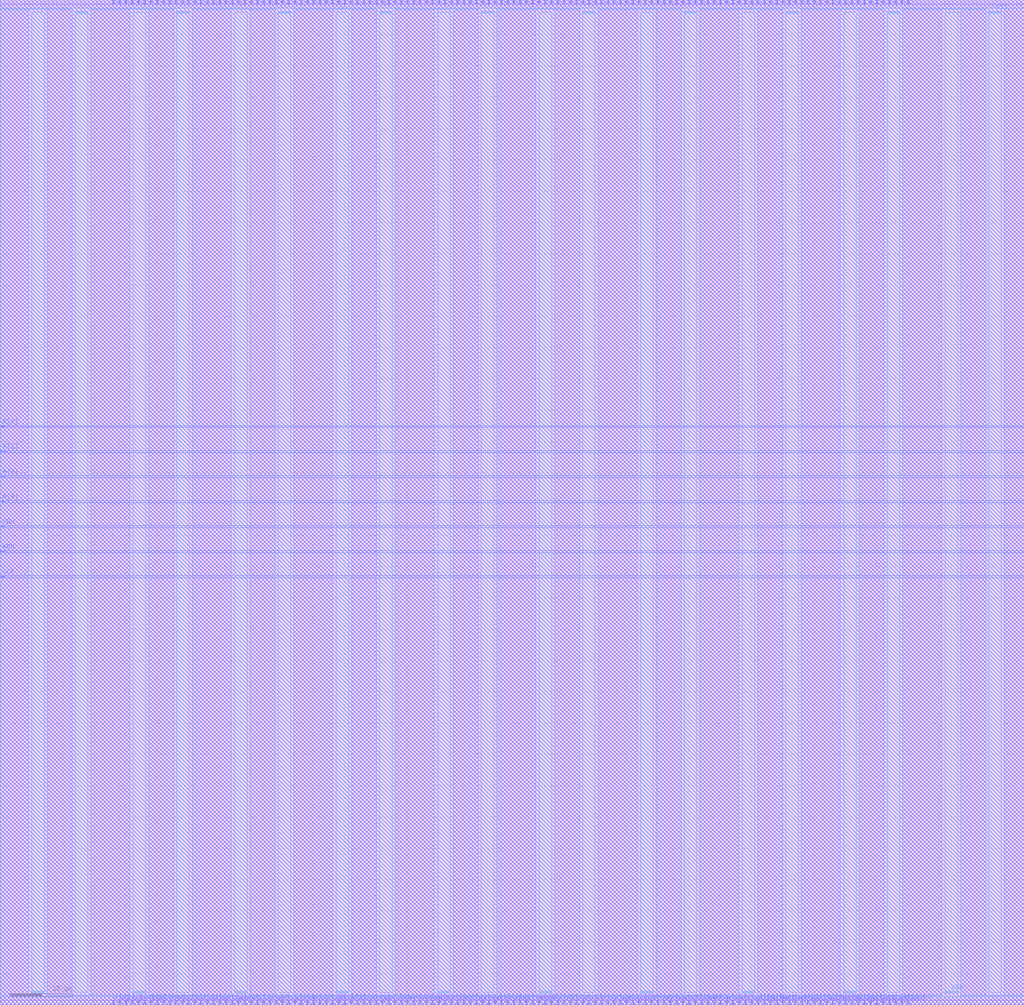
<source format=lef>
##
## LEF for PtnCells ;
## created by Innovus v15.23-s045_1 on Sun Mar  9 17:53:46 2025
##

VERSION 5.8 ;

BUSBITCHARS "[]" ;
DIVIDERCHAR "/" ;

MACRO sram_w8
  CLASS BLOCK ;
  SIZE 163.6000 BY 160.6000 ;
  FOREIGN sram_w8 0.0000 0.0000 ;
  ORIGIN 0 0 ;
  SYMMETRY X Y R90 ;
  PIN CLK
    DIRECTION INPUT ;
    USE SIGNAL ;
    PORT
      LAYER M3 ;
        RECT 0.0000 68.3500 0.6000 68.4500 ;
    END
  END CLK
  PIN D[127]
    DIRECTION INPUT ;
    USE SIGNAL ;
    PORT
      LAYER M2 ;
        RECT 145.0500 0.0000 145.1500 0.6000 ;
    END
  END D[127]
  PIN D[126]
    DIRECTION INPUT ;
    USE SIGNAL ;
    PORT
      LAYER M2 ;
        RECT 144.0500 0.0000 144.1500 0.6000 ;
    END
  END D[126]
  PIN D[125]
    DIRECTION INPUT ;
    USE SIGNAL ;
    PORT
      LAYER M2 ;
        RECT 143.0500 0.0000 143.1500 0.6000 ;
    END
  END D[125]
  PIN D[124]
    DIRECTION INPUT ;
    USE SIGNAL ;
    PORT
      LAYER M2 ;
        RECT 142.0500 0.0000 142.1500 0.6000 ;
    END
  END D[124]
  PIN D[123]
    DIRECTION INPUT ;
    USE SIGNAL ;
    PORT
      LAYER M2 ;
        RECT 141.0500 0.0000 141.1500 0.6000 ;
    END
  END D[123]
  PIN D[122]
    DIRECTION INPUT ;
    USE SIGNAL ;
    PORT
      LAYER M2 ;
        RECT 140.0500 0.0000 140.1500 0.6000 ;
    END
  END D[122]
  PIN D[121]
    DIRECTION INPUT ;
    USE SIGNAL ;
    PORT
      LAYER M2 ;
        RECT 139.0500 0.0000 139.1500 0.6000 ;
    END
  END D[121]
  PIN D[120]
    DIRECTION INPUT ;
    USE SIGNAL ;
    PORT
      LAYER M2 ;
        RECT 138.0500 0.0000 138.1500 0.6000 ;
    END
  END D[120]
  PIN D[119]
    DIRECTION INPUT ;
    USE SIGNAL ;
    PORT
      LAYER M2 ;
        RECT 137.0500 0.0000 137.1500 0.6000 ;
    END
  END D[119]
  PIN D[118]
    DIRECTION INPUT ;
    USE SIGNAL ;
    PORT
      LAYER M2 ;
        RECT 136.0500 0.0000 136.1500 0.6000 ;
    END
  END D[118]
  PIN D[117]
    DIRECTION INPUT ;
    USE SIGNAL ;
    PORT
      LAYER M2 ;
        RECT 135.0500 0.0000 135.1500 0.6000 ;
    END
  END D[117]
  PIN D[116]
    DIRECTION INPUT ;
    USE SIGNAL ;
    PORT
      LAYER M2 ;
        RECT 134.0500 0.0000 134.1500 0.6000 ;
    END
  END D[116]
  PIN D[115]
    DIRECTION INPUT ;
    USE SIGNAL ;
    PORT
      LAYER M2 ;
        RECT 133.0500 0.0000 133.1500 0.6000 ;
    END
  END D[115]
  PIN D[114]
    DIRECTION INPUT ;
    USE SIGNAL ;
    PORT
      LAYER M2 ;
        RECT 132.0500 0.0000 132.1500 0.6000 ;
    END
  END D[114]
  PIN D[113]
    DIRECTION INPUT ;
    USE SIGNAL ;
    PORT
      LAYER M2 ;
        RECT 131.0500 0.0000 131.1500 0.6000 ;
    END
  END D[113]
  PIN D[112]
    DIRECTION INPUT ;
    USE SIGNAL ;
    PORT
      LAYER M2 ;
        RECT 130.0500 0.0000 130.1500 0.6000 ;
    END
  END D[112]
  PIN D[111]
    DIRECTION INPUT ;
    USE SIGNAL ;
    PORT
      LAYER M2 ;
        RECT 129.0500 0.0000 129.1500 0.6000 ;
    END
  END D[111]
  PIN D[110]
    DIRECTION INPUT ;
    USE SIGNAL ;
    PORT
      LAYER M2 ;
        RECT 128.0500 0.0000 128.1500 0.6000 ;
    END
  END D[110]
  PIN D[109]
    DIRECTION INPUT ;
    USE SIGNAL ;
    PORT
      LAYER M2 ;
        RECT 127.0500 0.0000 127.1500 0.6000 ;
    END
  END D[109]
  PIN D[108]
    DIRECTION INPUT ;
    USE SIGNAL ;
    PORT
      LAYER M2 ;
        RECT 126.0500 0.0000 126.1500 0.6000 ;
    END
  END D[108]
  PIN D[107]
    DIRECTION INPUT ;
    USE SIGNAL ;
    PORT
      LAYER M2 ;
        RECT 125.0500 0.0000 125.1500 0.6000 ;
    END
  END D[107]
  PIN D[106]
    DIRECTION INPUT ;
    USE SIGNAL ;
    PORT
      LAYER M2 ;
        RECT 124.0500 0.0000 124.1500 0.6000 ;
    END
  END D[106]
  PIN D[105]
    DIRECTION INPUT ;
    USE SIGNAL ;
    PORT
      LAYER M2 ;
        RECT 123.0500 0.0000 123.1500 0.6000 ;
    END
  END D[105]
  PIN D[104]
    DIRECTION INPUT ;
    USE SIGNAL ;
    PORT
      LAYER M2 ;
        RECT 122.0500 0.0000 122.1500 0.6000 ;
    END
  END D[104]
  PIN D[103]
    DIRECTION INPUT ;
    USE SIGNAL ;
    PORT
      LAYER M2 ;
        RECT 121.0500 0.0000 121.1500 0.6000 ;
    END
  END D[103]
  PIN D[102]
    DIRECTION INPUT ;
    USE SIGNAL ;
    PORT
      LAYER M2 ;
        RECT 120.0500 0.0000 120.1500 0.6000 ;
    END
  END D[102]
  PIN D[101]
    DIRECTION INPUT ;
    USE SIGNAL ;
    PORT
      LAYER M2 ;
        RECT 119.0500 0.0000 119.1500 0.6000 ;
    END
  END D[101]
  PIN D[100]
    DIRECTION INPUT ;
    USE SIGNAL ;
    PORT
      LAYER M2 ;
        RECT 118.0500 0.0000 118.1500 0.6000 ;
    END
  END D[100]
  PIN D[99]
    DIRECTION INPUT ;
    USE SIGNAL ;
    PORT
      LAYER M2 ;
        RECT 117.0500 0.0000 117.1500 0.6000 ;
    END
  END D[99]
  PIN D[98]
    DIRECTION INPUT ;
    USE SIGNAL ;
    PORT
      LAYER M2 ;
        RECT 116.0500 0.0000 116.1500 0.6000 ;
    END
  END D[98]
  PIN D[97]
    DIRECTION INPUT ;
    USE SIGNAL ;
    PORT
      LAYER M2 ;
        RECT 115.0500 0.0000 115.1500 0.6000 ;
    END
  END D[97]
  PIN D[96]
    DIRECTION INPUT ;
    USE SIGNAL ;
    PORT
      LAYER M2 ;
        RECT 114.0500 0.0000 114.1500 0.6000 ;
    END
  END D[96]
  PIN D[95]
    DIRECTION INPUT ;
    USE SIGNAL ;
    PORT
      LAYER M2 ;
        RECT 113.0500 0.0000 113.1500 0.6000 ;
    END
  END D[95]
  PIN D[94]
    DIRECTION INPUT ;
    USE SIGNAL ;
    PORT
      LAYER M2 ;
        RECT 112.0500 0.0000 112.1500 0.6000 ;
    END
  END D[94]
  PIN D[93]
    DIRECTION INPUT ;
    USE SIGNAL ;
    PORT
      LAYER M2 ;
        RECT 111.0500 0.0000 111.1500 0.6000 ;
    END
  END D[93]
  PIN D[92]
    DIRECTION INPUT ;
    USE SIGNAL ;
    PORT
      LAYER M2 ;
        RECT 110.0500 0.0000 110.1500 0.6000 ;
    END
  END D[92]
  PIN D[91]
    DIRECTION INPUT ;
    USE SIGNAL ;
    PORT
      LAYER M2 ;
        RECT 109.0500 0.0000 109.1500 0.6000 ;
    END
  END D[91]
  PIN D[90]
    DIRECTION INPUT ;
    USE SIGNAL ;
    PORT
      LAYER M2 ;
        RECT 108.0500 0.0000 108.1500 0.6000 ;
    END
  END D[90]
  PIN D[89]
    DIRECTION INPUT ;
    USE SIGNAL ;
    PORT
      LAYER M2 ;
        RECT 107.0500 0.0000 107.1500 0.6000 ;
    END
  END D[89]
  PIN D[88]
    DIRECTION INPUT ;
    USE SIGNAL ;
    PORT
      LAYER M2 ;
        RECT 106.0500 0.0000 106.1500 0.6000 ;
    END
  END D[88]
  PIN D[87]
    DIRECTION INPUT ;
    USE SIGNAL ;
    PORT
      LAYER M2 ;
        RECT 105.0500 0.0000 105.1500 0.6000 ;
    END
  END D[87]
  PIN D[86]
    DIRECTION INPUT ;
    USE SIGNAL ;
    PORT
      LAYER M2 ;
        RECT 104.0500 0.0000 104.1500 0.6000 ;
    END
  END D[86]
  PIN D[85]
    DIRECTION INPUT ;
    USE SIGNAL ;
    PORT
      LAYER M2 ;
        RECT 103.0500 0.0000 103.1500 0.6000 ;
    END
  END D[85]
  PIN D[84]
    DIRECTION INPUT ;
    USE SIGNAL ;
    PORT
      LAYER M2 ;
        RECT 102.0500 0.0000 102.1500 0.6000 ;
    END
  END D[84]
  PIN D[83]
    DIRECTION INPUT ;
    USE SIGNAL ;
    PORT
      LAYER M2 ;
        RECT 101.0500 0.0000 101.1500 0.6000 ;
    END
  END D[83]
  PIN D[82]
    DIRECTION INPUT ;
    USE SIGNAL ;
    PORT
      LAYER M2 ;
        RECT 100.0500 0.0000 100.1500 0.6000 ;
    END
  END D[82]
  PIN D[81]
    DIRECTION INPUT ;
    USE SIGNAL ;
    PORT
      LAYER M2 ;
        RECT 99.0500 0.0000 99.1500 0.6000 ;
    END
  END D[81]
  PIN D[80]
    DIRECTION INPUT ;
    USE SIGNAL ;
    PORT
      LAYER M2 ;
        RECT 98.0500 0.0000 98.1500 0.6000 ;
    END
  END D[80]
  PIN D[79]
    DIRECTION INPUT ;
    USE SIGNAL ;
    PORT
      LAYER M2 ;
        RECT 97.0500 0.0000 97.1500 0.6000 ;
    END
  END D[79]
  PIN D[78]
    DIRECTION INPUT ;
    USE SIGNAL ;
    PORT
      LAYER M2 ;
        RECT 96.0500 0.0000 96.1500 0.6000 ;
    END
  END D[78]
  PIN D[77]
    DIRECTION INPUT ;
    USE SIGNAL ;
    PORT
      LAYER M2 ;
        RECT 95.0500 0.0000 95.1500 0.6000 ;
    END
  END D[77]
  PIN D[76]
    DIRECTION INPUT ;
    USE SIGNAL ;
    PORT
      LAYER M2 ;
        RECT 94.0500 0.0000 94.1500 0.6000 ;
    END
  END D[76]
  PIN D[75]
    DIRECTION INPUT ;
    USE SIGNAL ;
    PORT
      LAYER M2 ;
        RECT 93.0500 0.0000 93.1500 0.6000 ;
    END
  END D[75]
  PIN D[74]
    DIRECTION INPUT ;
    USE SIGNAL ;
    PORT
      LAYER M2 ;
        RECT 92.0500 0.0000 92.1500 0.6000 ;
    END
  END D[74]
  PIN D[73]
    DIRECTION INPUT ;
    USE SIGNAL ;
    PORT
      LAYER M2 ;
        RECT 91.0500 0.0000 91.1500 0.6000 ;
    END
  END D[73]
  PIN D[72]
    DIRECTION INPUT ;
    USE SIGNAL ;
    PORT
      LAYER M2 ;
        RECT 90.0500 0.0000 90.1500 0.6000 ;
    END
  END D[72]
  PIN D[71]
    DIRECTION INPUT ;
    USE SIGNAL ;
    PORT
      LAYER M2 ;
        RECT 89.0500 0.0000 89.1500 0.6000 ;
    END
  END D[71]
  PIN D[70]
    DIRECTION INPUT ;
    USE SIGNAL ;
    PORT
      LAYER M2 ;
        RECT 88.0500 0.0000 88.1500 0.6000 ;
    END
  END D[70]
  PIN D[69]
    DIRECTION INPUT ;
    USE SIGNAL ;
    PORT
      LAYER M2 ;
        RECT 87.0500 0.0000 87.1500 0.6000 ;
    END
  END D[69]
  PIN D[68]
    DIRECTION INPUT ;
    USE SIGNAL ;
    PORT
      LAYER M2 ;
        RECT 86.0500 0.0000 86.1500 0.6000 ;
    END
  END D[68]
  PIN D[67]
    DIRECTION INPUT ;
    USE SIGNAL ;
    PORT
      LAYER M2 ;
        RECT 85.0500 0.0000 85.1500 0.6000 ;
    END
  END D[67]
  PIN D[66]
    DIRECTION INPUT ;
    USE SIGNAL ;
    PORT
      LAYER M2 ;
        RECT 84.0500 0.0000 84.1500 0.6000 ;
    END
  END D[66]
  PIN D[65]
    DIRECTION INPUT ;
    USE SIGNAL ;
    PORT
      LAYER M2 ;
        RECT 83.0500 0.0000 83.1500 0.6000 ;
    END
  END D[65]
  PIN D[64]
    DIRECTION INPUT ;
    USE SIGNAL ;
    PORT
      LAYER M2 ;
        RECT 82.0500 0.0000 82.1500 0.6000 ;
    END
  END D[64]
  PIN D[63]
    DIRECTION INPUT ;
    USE SIGNAL ;
    PORT
      LAYER M2 ;
        RECT 81.0500 0.0000 81.1500 0.6000 ;
    END
  END D[63]
  PIN D[62]
    DIRECTION INPUT ;
    USE SIGNAL ;
    PORT
      LAYER M2 ;
        RECT 80.0500 0.0000 80.1500 0.6000 ;
    END
  END D[62]
  PIN D[61]
    DIRECTION INPUT ;
    USE SIGNAL ;
    PORT
      LAYER M2 ;
        RECT 79.0500 0.0000 79.1500 0.6000 ;
    END
  END D[61]
  PIN D[60]
    DIRECTION INPUT ;
    USE SIGNAL ;
    PORT
      LAYER M2 ;
        RECT 78.0500 0.0000 78.1500 0.6000 ;
    END
  END D[60]
  PIN D[59]
    DIRECTION INPUT ;
    USE SIGNAL ;
    PORT
      LAYER M2 ;
        RECT 77.0500 0.0000 77.1500 0.6000 ;
    END
  END D[59]
  PIN D[58]
    DIRECTION INPUT ;
    USE SIGNAL ;
    PORT
      LAYER M2 ;
        RECT 76.0500 0.0000 76.1500 0.6000 ;
    END
  END D[58]
  PIN D[57]
    DIRECTION INPUT ;
    USE SIGNAL ;
    PORT
      LAYER M2 ;
        RECT 75.0500 0.0000 75.1500 0.6000 ;
    END
  END D[57]
  PIN D[56]
    DIRECTION INPUT ;
    USE SIGNAL ;
    PORT
      LAYER M2 ;
        RECT 74.0500 0.0000 74.1500 0.6000 ;
    END
  END D[56]
  PIN D[55]
    DIRECTION INPUT ;
    USE SIGNAL ;
    PORT
      LAYER M2 ;
        RECT 73.0500 0.0000 73.1500 0.6000 ;
    END
  END D[55]
  PIN D[54]
    DIRECTION INPUT ;
    USE SIGNAL ;
    PORT
      LAYER M2 ;
        RECT 72.0500 0.0000 72.1500 0.6000 ;
    END
  END D[54]
  PIN D[53]
    DIRECTION INPUT ;
    USE SIGNAL ;
    PORT
      LAYER M2 ;
        RECT 71.0500 0.0000 71.1500 0.6000 ;
    END
  END D[53]
  PIN D[52]
    DIRECTION INPUT ;
    USE SIGNAL ;
    PORT
      LAYER M2 ;
        RECT 70.0500 0.0000 70.1500 0.6000 ;
    END
  END D[52]
  PIN D[51]
    DIRECTION INPUT ;
    USE SIGNAL ;
    PORT
      LAYER M2 ;
        RECT 69.0500 0.0000 69.1500 0.6000 ;
    END
  END D[51]
  PIN D[50]
    DIRECTION INPUT ;
    USE SIGNAL ;
    PORT
      LAYER M2 ;
        RECT 68.0500 0.0000 68.1500 0.6000 ;
    END
  END D[50]
  PIN D[49]
    DIRECTION INPUT ;
    USE SIGNAL ;
    PORT
      LAYER M2 ;
        RECT 67.0500 0.0000 67.1500 0.6000 ;
    END
  END D[49]
  PIN D[48]
    DIRECTION INPUT ;
    USE SIGNAL ;
    PORT
      LAYER M2 ;
        RECT 66.0500 0.0000 66.1500 0.6000 ;
    END
  END D[48]
  PIN D[47]
    DIRECTION INPUT ;
    USE SIGNAL ;
    PORT
      LAYER M2 ;
        RECT 65.0500 0.0000 65.1500 0.6000 ;
    END
  END D[47]
  PIN D[46]
    DIRECTION INPUT ;
    USE SIGNAL ;
    PORT
      LAYER M2 ;
        RECT 64.0500 0.0000 64.1500 0.6000 ;
    END
  END D[46]
  PIN D[45]
    DIRECTION INPUT ;
    USE SIGNAL ;
    PORT
      LAYER M2 ;
        RECT 63.0500 0.0000 63.1500 0.6000 ;
    END
  END D[45]
  PIN D[44]
    DIRECTION INPUT ;
    USE SIGNAL ;
    PORT
      LAYER M2 ;
        RECT 62.0500 0.0000 62.1500 0.6000 ;
    END
  END D[44]
  PIN D[43]
    DIRECTION INPUT ;
    USE SIGNAL ;
    PORT
      LAYER M2 ;
        RECT 61.0500 0.0000 61.1500 0.6000 ;
    END
  END D[43]
  PIN D[42]
    DIRECTION INPUT ;
    USE SIGNAL ;
    PORT
      LAYER M2 ;
        RECT 60.0500 0.0000 60.1500 0.6000 ;
    END
  END D[42]
  PIN D[41]
    DIRECTION INPUT ;
    USE SIGNAL ;
    PORT
      LAYER M2 ;
        RECT 59.0500 0.0000 59.1500 0.6000 ;
    END
  END D[41]
  PIN D[40]
    DIRECTION INPUT ;
    USE SIGNAL ;
    PORT
      LAYER M2 ;
        RECT 58.0500 0.0000 58.1500 0.6000 ;
    END
  END D[40]
  PIN D[39]
    DIRECTION INPUT ;
    USE SIGNAL ;
    PORT
      LAYER M2 ;
        RECT 57.0500 0.0000 57.1500 0.6000 ;
    END
  END D[39]
  PIN D[38]
    DIRECTION INPUT ;
    USE SIGNAL ;
    PORT
      LAYER M2 ;
        RECT 56.0500 0.0000 56.1500 0.6000 ;
    END
  END D[38]
  PIN D[37]
    DIRECTION INPUT ;
    USE SIGNAL ;
    PORT
      LAYER M2 ;
        RECT 55.0500 0.0000 55.1500 0.6000 ;
    END
  END D[37]
  PIN D[36]
    DIRECTION INPUT ;
    USE SIGNAL ;
    PORT
      LAYER M2 ;
        RECT 54.0500 0.0000 54.1500 0.6000 ;
    END
  END D[36]
  PIN D[35]
    DIRECTION INPUT ;
    USE SIGNAL ;
    PORT
      LAYER M2 ;
        RECT 53.0500 0.0000 53.1500 0.6000 ;
    END
  END D[35]
  PIN D[34]
    DIRECTION INPUT ;
    USE SIGNAL ;
    PORT
      LAYER M2 ;
        RECT 52.0500 0.0000 52.1500 0.6000 ;
    END
  END D[34]
  PIN D[33]
    DIRECTION INPUT ;
    USE SIGNAL ;
    PORT
      LAYER M2 ;
        RECT 51.0500 0.0000 51.1500 0.6000 ;
    END
  END D[33]
  PIN D[32]
    DIRECTION INPUT ;
    USE SIGNAL ;
    PORT
      LAYER M2 ;
        RECT 50.0500 0.0000 50.1500 0.6000 ;
    END
  END D[32]
  PIN D[31]
    DIRECTION INPUT ;
    USE SIGNAL ;
    PORT
      LAYER M2 ;
        RECT 49.0500 0.0000 49.1500 0.6000 ;
    END
  END D[31]
  PIN D[30]
    DIRECTION INPUT ;
    USE SIGNAL ;
    PORT
      LAYER M2 ;
        RECT 48.0500 0.0000 48.1500 0.6000 ;
    END
  END D[30]
  PIN D[29]
    DIRECTION INPUT ;
    USE SIGNAL ;
    PORT
      LAYER M2 ;
        RECT 47.0500 0.0000 47.1500 0.6000 ;
    END
  END D[29]
  PIN D[28]
    DIRECTION INPUT ;
    USE SIGNAL ;
    PORT
      LAYER M2 ;
        RECT 46.0500 0.0000 46.1500 0.6000 ;
    END
  END D[28]
  PIN D[27]
    DIRECTION INPUT ;
    USE SIGNAL ;
    PORT
      LAYER M2 ;
        RECT 45.0500 0.0000 45.1500 0.6000 ;
    END
  END D[27]
  PIN D[26]
    DIRECTION INPUT ;
    USE SIGNAL ;
    PORT
      LAYER M2 ;
        RECT 44.0500 0.0000 44.1500 0.6000 ;
    END
  END D[26]
  PIN D[25]
    DIRECTION INPUT ;
    USE SIGNAL ;
    PORT
      LAYER M2 ;
        RECT 43.0500 0.0000 43.1500 0.6000 ;
    END
  END D[25]
  PIN D[24]
    DIRECTION INPUT ;
    USE SIGNAL ;
    PORT
      LAYER M2 ;
        RECT 42.0500 0.0000 42.1500 0.6000 ;
    END
  END D[24]
  PIN D[23]
    DIRECTION INPUT ;
    USE SIGNAL ;
    PORT
      LAYER M2 ;
        RECT 41.0500 0.0000 41.1500 0.6000 ;
    END
  END D[23]
  PIN D[22]
    DIRECTION INPUT ;
    USE SIGNAL ;
    PORT
      LAYER M2 ;
        RECT 40.0500 0.0000 40.1500 0.6000 ;
    END
  END D[22]
  PIN D[21]
    DIRECTION INPUT ;
    USE SIGNAL ;
    PORT
      LAYER M2 ;
        RECT 39.0500 0.0000 39.1500 0.6000 ;
    END
  END D[21]
  PIN D[20]
    DIRECTION INPUT ;
    USE SIGNAL ;
    PORT
      LAYER M2 ;
        RECT 38.0500 0.0000 38.1500 0.6000 ;
    END
  END D[20]
  PIN D[19]
    DIRECTION INPUT ;
    USE SIGNAL ;
    PORT
      LAYER M2 ;
        RECT 37.0500 0.0000 37.1500 0.6000 ;
    END
  END D[19]
  PIN D[18]
    DIRECTION INPUT ;
    USE SIGNAL ;
    PORT
      LAYER M2 ;
        RECT 36.0500 0.0000 36.1500 0.6000 ;
    END
  END D[18]
  PIN D[17]
    DIRECTION INPUT ;
    USE SIGNAL ;
    PORT
      LAYER M2 ;
        RECT 35.0500 0.0000 35.1500 0.6000 ;
    END
  END D[17]
  PIN D[16]
    DIRECTION INPUT ;
    USE SIGNAL ;
    PORT
      LAYER M2 ;
        RECT 34.0500 0.0000 34.1500 0.6000 ;
    END
  END D[16]
  PIN D[15]
    DIRECTION INPUT ;
    USE SIGNAL ;
    PORT
      LAYER M2 ;
        RECT 33.0500 0.0000 33.1500 0.6000 ;
    END
  END D[15]
  PIN D[14]
    DIRECTION INPUT ;
    USE SIGNAL ;
    PORT
      LAYER M2 ;
        RECT 32.0500 0.0000 32.1500 0.6000 ;
    END
  END D[14]
  PIN D[13]
    DIRECTION INPUT ;
    USE SIGNAL ;
    PORT
      LAYER M2 ;
        RECT 31.0500 0.0000 31.1500 0.6000 ;
    END
  END D[13]
  PIN D[12]
    DIRECTION INPUT ;
    USE SIGNAL ;
    PORT
      LAYER M2 ;
        RECT 30.0500 0.0000 30.1500 0.6000 ;
    END
  END D[12]
  PIN D[11]
    DIRECTION INPUT ;
    USE SIGNAL ;
    PORT
      LAYER M2 ;
        RECT 29.0500 0.0000 29.1500 0.6000 ;
    END
  END D[11]
  PIN D[10]
    DIRECTION INPUT ;
    USE SIGNAL ;
    PORT
      LAYER M2 ;
        RECT 28.0500 0.0000 28.1500 0.6000 ;
    END
  END D[10]
  PIN D[9]
    DIRECTION INPUT ;
    USE SIGNAL ;
    PORT
      LAYER M2 ;
        RECT 27.0500 0.0000 27.1500 0.6000 ;
    END
  END D[9]
  PIN D[8]
    DIRECTION INPUT ;
    USE SIGNAL ;
    PORT
      LAYER M2 ;
        RECT 26.0500 0.0000 26.1500 0.6000 ;
    END
  END D[8]
  PIN D[7]
    DIRECTION INPUT ;
    USE SIGNAL ;
    PORT
      LAYER M2 ;
        RECT 25.0500 0.0000 25.1500 0.6000 ;
    END
  END D[7]
  PIN D[6]
    DIRECTION INPUT ;
    USE SIGNAL ;
    PORT
      LAYER M2 ;
        RECT 24.0500 0.0000 24.1500 0.6000 ;
    END
  END D[6]
  PIN D[5]
    DIRECTION INPUT ;
    USE SIGNAL ;
    PORT
      LAYER M2 ;
        RECT 23.0500 0.0000 23.1500 0.6000 ;
    END
  END D[5]
  PIN D[4]
    DIRECTION INPUT ;
    USE SIGNAL ;
    PORT
      LAYER M2 ;
        RECT 22.0500 0.0000 22.1500 0.6000 ;
    END
  END D[4]
  PIN D[3]
    DIRECTION INPUT ;
    USE SIGNAL ;
    PORT
      LAYER M2 ;
        RECT 21.0500 0.0000 21.1500 0.6000 ;
    END
  END D[3]
  PIN D[2]
    DIRECTION INPUT ;
    USE SIGNAL ;
    PORT
      LAYER M2 ;
        RECT 20.0500 0.0000 20.1500 0.6000 ;
    END
  END D[2]
  PIN D[1]
    DIRECTION INPUT ;
    USE SIGNAL ;
    PORT
      LAYER M2 ;
        RECT 19.0500 0.0000 19.1500 0.6000 ;
    END
  END D[1]
  PIN D[0]
    DIRECTION INPUT ;
    USE SIGNAL ;
    PORT
      LAYER M2 ;
        RECT 18.0500 0.0000 18.1500 0.6000 ;
    END
  END D[0]
  PIN Q[127]
    DIRECTION OUTPUT ;
    USE SIGNAL ;
    PORT
      LAYER M2 ;
        RECT 145.0500 160.0000 145.1500 160.6000 ;
    END
  END Q[127]
  PIN Q[126]
    DIRECTION OUTPUT ;
    USE SIGNAL ;
    PORT
      LAYER M2 ;
        RECT 144.0500 160.0000 144.1500 160.6000 ;
    END
  END Q[126]
  PIN Q[125]
    DIRECTION OUTPUT ;
    USE SIGNAL ;
    PORT
      LAYER M2 ;
        RECT 143.0500 160.0000 143.1500 160.6000 ;
    END
  END Q[125]
  PIN Q[124]
    DIRECTION OUTPUT ;
    USE SIGNAL ;
    PORT
      LAYER M2 ;
        RECT 142.0500 160.0000 142.1500 160.6000 ;
    END
  END Q[124]
  PIN Q[123]
    DIRECTION OUTPUT ;
    USE SIGNAL ;
    PORT
      LAYER M2 ;
        RECT 141.0500 160.0000 141.1500 160.6000 ;
    END
  END Q[123]
  PIN Q[122]
    DIRECTION OUTPUT ;
    USE SIGNAL ;
    PORT
      LAYER M2 ;
        RECT 140.0500 160.0000 140.1500 160.6000 ;
    END
  END Q[122]
  PIN Q[121]
    DIRECTION OUTPUT ;
    USE SIGNAL ;
    PORT
      LAYER M2 ;
        RECT 139.0500 160.0000 139.1500 160.6000 ;
    END
  END Q[121]
  PIN Q[120]
    DIRECTION OUTPUT ;
    USE SIGNAL ;
    PORT
      LAYER M2 ;
        RECT 138.0500 160.0000 138.1500 160.6000 ;
    END
  END Q[120]
  PIN Q[119]
    DIRECTION OUTPUT ;
    USE SIGNAL ;
    PORT
      LAYER M2 ;
        RECT 137.0500 160.0000 137.1500 160.6000 ;
    END
  END Q[119]
  PIN Q[118]
    DIRECTION OUTPUT ;
    USE SIGNAL ;
    PORT
      LAYER M2 ;
        RECT 136.0500 160.0000 136.1500 160.6000 ;
    END
  END Q[118]
  PIN Q[117]
    DIRECTION OUTPUT ;
    USE SIGNAL ;
    PORT
      LAYER M2 ;
        RECT 135.0500 160.0000 135.1500 160.6000 ;
    END
  END Q[117]
  PIN Q[116]
    DIRECTION OUTPUT ;
    USE SIGNAL ;
    PORT
      LAYER M2 ;
        RECT 134.0500 160.0000 134.1500 160.6000 ;
    END
  END Q[116]
  PIN Q[115]
    DIRECTION OUTPUT ;
    USE SIGNAL ;
    PORT
      LAYER M2 ;
        RECT 133.0500 160.0000 133.1500 160.6000 ;
    END
  END Q[115]
  PIN Q[114]
    DIRECTION OUTPUT ;
    USE SIGNAL ;
    PORT
      LAYER M2 ;
        RECT 132.0500 160.0000 132.1500 160.6000 ;
    END
  END Q[114]
  PIN Q[113]
    DIRECTION OUTPUT ;
    USE SIGNAL ;
    PORT
      LAYER M2 ;
        RECT 131.0500 160.0000 131.1500 160.6000 ;
    END
  END Q[113]
  PIN Q[112]
    DIRECTION OUTPUT ;
    USE SIGNAL ;
    PORT
      LAYER M2 ;
        RECT 130.0500 160.0000 130.1500 160.6000 ;
    END
  END Q[112]
  PIN Q[111]
    DIRECTION OUTPUT ;
    USE SIGNAL ;
    PORT
      LAYER M2 ;
        RECT 129.0500 160.0000 129.1500 160.6000 ;
    END
  END Q[111]
  PIN Q[110]
    DIRECTION OUTPUT ;
    USE SIGNAL ;
    PORT
      LAYER M2 ;
        RECT 128.0500 160.0000 128.1500 160.6000 ;
    END
  END Q[110]
  PIN Q[109]
    DIRECTION OUTPUT ;
    USE SIGNAL ;
    PORT
      LAYER M2 ;
        RECT 127.0500 160.0000 127.1500 160.6000 ;
    END
  END Q[109]
  PIN Q[108]
    DIRECTION OUTPUT ;
    USE SIGNAL ;
    PORT
      LAYER M2 ;
        RECT 126.0500 160.0000 126.1500 160.6000 ;
    END
  END Q[108]
  PIN Q[107]
    DIRECTION OUTPUT ;
    USE SIGNAL ;
    PORT
      LAYER M2 ;
        RECT 125.0500 160.0000 125.1500 160.6000 ;
    END
  END Q[107]
  PIN Q[106]
    DIRECTION OUTPUT ;
    USE SIGNAL ;
    PORT
      LAYER M2 ;
        RECT 124.0500 160.0000 124.1500 160.6000 ;
    END
  END Q[106]
  PIN Q[105]
    DIRECTION OUTPUT ;
    USE SIGNAL ;
    PORT
      LAYER M2 ;
        RECT 123.0500 160.0000 123.1500 160.6000 ;
    END
  END Q[105]
  PIN Q[104]
    DIRECTION OUTPUT ;
    USE SIGNAL ;
    PORT
      LAYER M2 ;
        RECT 122.0500 160.0000 122.1500 160.6000 ;
    END
  END Q[104]
  PIN Q[103]
    DIRECTION OUTPUT ;
    USE SIGNAL ;
    PORT
      LAYER M2 ;
        RECT 121.0500 160.0000 121.1500 160.6000 ;
    END
  END Q[103]
  PIN Q[102]
    DIRECTION OUTPUT ;
    USE SIGNAL ;
    PORT
      LAYER M2 ;
        RECT 120.0500 160.0000 120.1500 160.6000 ;
    END
  END Q[102]
  PIN Q[101]
    DIRECTION OUTPUT ;
    USE SIGNAL ;
    PORT
      LAYER M2 ;
        RECT 119.0500 160.0000 119.1500 160.6000 ;
    END
  END Q[101]
  PIN Q[100]
    DIRECTION OUTPUT ;
    USE SIGNAL ;
    PORT
      LAYER M2 ;
        RECT 118.0500 160.0000 118.1500 160.6000 ;
    END
  END Q[100]
  PIN Q[99]
    DIRECTION OUTPUT ;
    USE SIGNAL ;
    PORT
      LAYER M2 ;
        RECT 117.0500 160.0000 117.1500 160.6000 ;
    END
  END Q[99]
  PIN Q[98]
    DIRECTION OUTPUT ;
    USE SIGNAL ;
    PORT
      LAYER M2 ;
        RECT 116.0500 160.0000 116.1500 160.6000 ;
    END
  END Q[98]
  PIN Q[97]
    DIRECTION OUTPUT ;
    USE SIGNAL ;
    PORT
      LAYER M2 ;
        RECT 115.0500 160.0000 115.1500 160.6000 ;
    END
  END Q[97]
  PIN Q[96]
    DIRECTION OUTPUT ;
    USE SIGNAL ;
    PORT
      LAYER M2 ;
        RECT 114.0500 160.0000 114.1500 160.6000 ;
    END
  END Q[96]
  PIN Q[95]
    DIRECTION OUTPUT ;
    USE SIGNAL ;
    PORT
      LAYER M2 ;
        RECT 113.0500 160.0000 113.1500 160.6000 ;
    END
  END Q[95]
  PIN Q[94]
    DIRECTION OUTPUT ;
    USE SIGNAL ;
    PORT
      LAYER M2 ;
        RECT 112.0500 160.0000 112.1500 160.6000 ;
    END
  END Q[94]
  PIN Q[93]
    DIRECTION OUTPUT ;
    USE SIGNAL ;
    PORT
      LAYER M2 ;
        RECT 111.0500 160.0000 111.1500 160.6000 ;
    END
  END Q[93]
  PIN Q[92]
    DIRECTION OUTPUT ;
    USE SIGNAL ;
    PORT
      LAYER M2 ;
        RECT 110.0500 160.0000 110.1500 160.6000 ;
    END
  END Q[92]
  PIN Q[91]
    DIRECTION OUTPUT ;
    USE SIGNAL ;
    PORT
      LAYER M2 ;
        RECT 109.0500 160.0000 109.1500 160.6000 ;
    END
  END Q[91]
  PIN Q[90]
    DIRECTION OUTPUT ;
    USE SIGNAL ;
    PORT
      LAYER M2 ;
        RECT 108.0500 160.0000 108.1500 160.6000 ;
    END
  END Q[90]
  PIN Q[89]
    DIRECTION OUTPUT ;
    USE SIGNAL ;
    PORT
      LAYER M2 ;
        RECT 107.0500 160.0000 107.1500 160.6000 ;
    END
  END Q[89]
  PIN Q[88]
    DIRECTION OUTPUT ;
    USE SIGNAL ;
    PORT
      LAYER M2 ;
        RECT 106.0500 160.0000 106.1500 160.6000 ;
    END
  END Q[88]
  PIN Q[87]
    DIRECTION OUTPUT ;
    USE SIGNAL ;
    PORT
      LAYER M2 ;
        RECT 105.0500 160.0000 105.1500 160.6000 ;
    END
  END Q[87]
  PIN Q[86]
    DIRECTION OUTPUT ;
    USE SIGNAL ;
    PORT
      LAYER M2 ;
        RECT 104.0500 160.0000 104.1500 160.6000 ;
    END
  END Q[86]
  PIN Q[85]
    DIRECTION OUTPUT ;
    USE SIGNAL ;
    PORT
      LAYER M2 ;
        RECT 103.0500 160.0000 103.1500 160.6000 ;
    END
  END Q[85]
  PIN Q[84]
    DIRECTION OUTPUT ;
    USE SIGNAL ;
    PORT
      LAYER M2 ;
        RECT 102.0500 160.0000 102.1500 160.6000 ;
    END
  END Q[84]
  PIN Q[83]
    DIRECTION OUTPUT ;
    USE SIGNAL ;
    PORT
      LAYER M2 ;
        RECT 101.0500 160.0000 101.1500 160.6000 ;
    END
  END Q[83]
  PIN Q[82]
    DIRECTION OUTPUT ;
    USE SIGNAL ;
    PORT
      LAYER M2 ;
        RECT 100.0500 160.0000 100.1500 160.6000 ;
    END
  END Q[82]
  PIN Q[81]
    DIRECTION OUTPUT ;
    USE SIGNAL ;
    PORT
      LAYER M2 ;
        RECT 99.0500 160.0000 99.1500 160.6000 ;
    END
  END Q[81]
  PIN Q[80]
    DIRECTION OUTPUT ;
    USE SIGNAL ;
    PORT
      LAYER M2 ;
        RECT 98.0500 160.0000 98.1500 160.6000 ;
    END
  END Q[80]
  PIN Q[79]
    DIRECTION OUTPUT ;
    USE SIGNAL ;
    PORT
      LAYER M2 ;
        RECT 97.0500 160.0000 97.1500 160.6000 ;
    END
  END Q[79]
  PIN Q[78]
    DIRECTION OUTPUT ;
    USE SIGNAL ;
    PORT
      LAYER M2 ;
        RECT 96.0500 160.0000 96.1500 160.6000 ;
    END
  END Q[78]
  PIN Q[77]
    DIRECTION OUTPUT ;
    USE SIGNAL ;
    PORT
      LAYER M2 ;
        RECT 95.0500 160.0000 95.1500 160.6000 ;
    END
  END Q[77]
  PIN Q[76]
    DIRECTION OUTPUT ;
    USE SIGNAL ;
    PORT
      LAYER M2 ;
        RECT 94.0500 160.0000 94.1500 160.6000 ;
    END
  END Q[76]
  PIN Q[75]
    DIRECTION OUTPUT ;
    USE SIGNAL ;
    PORT
      LAYER M2 ;
        RECT 93.0500 160.0000 93.1500 160.6000 ;
    END
  END Q[75]
  PIN Q[74]
    DIRECTION OUTPUT ;
    USE SIGNAL ;
    PORT
      LAYER M2 ;
        RECT 92.0500 160.0000 92.1500 160.6000 ;
    END
  END Q[74]
  PIN Q[73]
    DIRECTION OUTPUT ;
    USE SIGNAL ;
    PORT
      LAYER M2 ;
        RECT 91.0500 160.0000 91.1500 160.6000 ;
    END
  END Q[73]
  PIN Q[72]
    DIRECTION OUTPUT ;
    USE SIGNAL ;
    PORT
      LAYER M2 ;
        RECT 90.0500 160.0000 90.1500 160.6000 ;
    END
  END Q[72]
  PIN Q[71]
    DIRECTION OUTPUT ;
    USE SIGNAL ;
    PORT
      LAYER M2 ;
        RECT 89.0500 160.0000 89.1500 160.6000 ;
    END
  END Q[71]
  PIN Q[70]
    DIRECTION OUTPUT ;
    USE SIGNAL ;
    PORT
      LAYER M2 ;
        RECT 88.0500 160.0000 88.1500 160.6000 ;
    END
  END Q[70]
  PIN Q[69]
    DIRECTION OUTPUT ;
    USE SIGNAL ;
    PORT
      LAYER M2 ;
        RECT 87.0500 160.0000 87.1500 160.6000 ;
    END
  END Q[69]
  PIN Q[68]
    DIRECTION OUTPUT ;
    USE SIGNAL ;
    PORT
      LAYER M2 ;
        RECT 86.0500 160.0000 86.1500 160.6000 ;
    END
  END Q[68]
  PIN Q[67]
    DIRECTION OUTPUT ;
    USE SIGNAL ;
    PORT
      LAYER M2 ;
        RECT 85.0500 160.0000 85.1500 160.6000 ;
    END
  END Q[67]
  PIN Q[66]
    DIRECTION OUTPUT ;
    USE SIGNAL ;
    PORT
      LAYER M2 ;
        RECT 84.0500 160.0000 84.1500 160.6000 ;
    END
  END Q[66]
  PIN Q[65]
    DIRECTION OUTPUT ;
    USE SIGNAL ;
    PORT
      LAYER M2 ;
        RECT 83.0500 160.0000 83.1500 160.6000 ;
    END
  END Q[65]
  PIN Q[64]
    DIRECTION OUTPUT ;
    USE SIGNAL ;
    PORT
      LAYER M2 ;
        RECT 82.0500 160.0000 82.1500 160.6000 ;
    END
  END Q[64]
  PIN Q[63]
    DIRECTION OUTPUT ;
    USE SIGNAL ;
    PORT
      LAYER M2 ;
        RECT 81.0500 160.0000 81.1500 160.6000 ;
    END
  END Q[63]
  PIN Q[62]
    DIRECTION OUTPUT ;
    USE SIGNAL ;
    PORT
      LAYER M2 ;
        RECT 80.0500 160.0000 80.1500 160.6000 ;
    END
  END Q[62]
  PIN Q[61]
    DIRECTION OUTPUT ;
    USE SIGNAL ;
    PORT
      LAYER M2 ;
        RECT 79.0500 160.0000 79.1500 160.6000 ;
    END
  END Q[61]
  PIN Q[60]
    DIRECTION OUTPUT ;
    USE SIGNAL ;
    PORT
      LAYER M2 ;
        RECT 78.0500 160.0000 78.1500 160.6000 ;
    END
  END Q[60]
  PIN Q[59]
    DIRECTION OUTPUT ;
    USE SIGNAL ;
    PORT
      LAYER M2 ;
        RECT 77.0500 160.0000 77.1500 160.6000 ;
    END
  END Q[59]
  PIN Q[58]
    DIRECTION OUTPUT ;
    USE SIGNAL ;
    PORT
      LAYER M2 ;
        RECT 76.0500 160.0000 76.1500 160.6000 ;
    END
  END Q[58]
  PIN Q[57]
    DIRECTION OUTPUT ;
    USE SIGNAL ;
    PORT
      LAYER M2 ;
        RECT 75.0500 160.0000 75.1500 160.6000 ;
    END
  END Q[57]
  PIN Q[56]
    DIRECTION OUTPUT ;
    USE SIGNAL ;
    PORT
      LAYER M2 ;
        RECT 74.0500 160.0000 74.1500 160.6000 ;
    END
  END Q[56]
  PIN Q[55]
    DIRECTION OUTPUT ;
    USE SIGNAL ;
    PORT
      LAYER M2 ;
        RECT 73.0500 160.0000 73.1500 160.6000 ;
    END
  END Q[55]
  PIN Q[54]
    DIRECTION OUTPUT ;
    USE SIGNAL ;
    PORT
      LAYER M2 ;
        RECT 72.0500 160.0000 72.1500 160.6000 ;
    END
  END Q[54]
  PIN Q[53]
    DIRECTION OUTPUT ;
    USE SIGNAL ;
    PORT
      LAYER M2 ;
        RECT 71.0500 160.0000 71.1500 160.6000 ;
    END
  END Q[53]
  PIN Q[52]
    DIRECTION OUTPUT ;
    USE SIGNAL ;
    PORT
      LAYER M2 ;
        RECT 70.0500 160.0000 70.1500 160.6000 ;
    END
  END Q[52]
  PIN Q[51]
    DIRECTION OUTPUT ;
    USE SIGNAL ;
    PORT
      LAYER M2 ;
        RECT 69.0500 160.0000 69.1500 160.6000 ;
    END
  END Q[51]
  PIN Q[50]
    DIRECTION OUTPUT ;
    USE SIGNAL ;
    PORT
      LAYER M2 ;
        RECT 68.0500 160.0000 68.1500 160.6000 ;
    END
  END Q[50]
  PIN Q[49]
    DIRECTION OUTPUT ;
    USE SIGNAL ;
    PORT
      LAYER M2 ;
        RECT 67.0500 160.0000 67.1500 160.6000 ;
    END
  END Q[49]
  PIN Q[48]
    DIRECTION OUTPUT ;
    USE SIGNAL ;
    PORT
      LAYER M2 ;
        RECT 66.0500 160.0000 66.1500 160.6000 ;
    END
  END Q[48]
  PIN Q[47]
    DIRECTION OUTPUT ;
    USE SIGNAL ;
    PORT
      LAYER M2 ;
        RECT 65.0500 160.0000 65.1500 160.6000 ;
    END
  END Q[47]
  PIN Q[46]
    DIRECTION OUTPUT ;
    USE SIGNAL ;
    PORT
      LAYER M2 ;
        RECT 64.0500 160.0000 64.1500 160.6000 ;
    END
  END Q[46]
  PIN Q[45]
    DIRECTION OUTPUT ;
    USE SIGNAL ;
    PORT
      LAYER M2 ;
        RECT 63.0500 160.0000 63.1500 160.6000 ;
    END
  END Q[45]
  PIN Q[44]
    DIRECTION OUTPUT ;
    USE SIGNAL ;
    PORT
      LAYER M2 ;
        RECT 62.0500 160.0000 62.1500 160.6000 ;
    END
  END Q[44]
  PIN Q[43]
    DIRECTION OUTPUT ;
    USE SIGNAL ;
    PORT
      LAYER M2 ;
        RECT 61.0500 160.0000 61.1500 160.6000 ;
    END
  END Q[43]
  PIN Q[42]
    DIRECTION OUTPUT ;
    USE SIGNAL ;
    PORT
      LAYER M2 ;
        RECT 60.0500 160.0000 60.1500 160.6000 ;
    END
  END Q[42]
  PIN Q[41]
    DIRECTION OUTPUT ;
    USE SIGNAL ;
    PORT
      LAYER M2 ;
        RECT 59.0500 160.0000 59.1500 160.6000 ;
    END
  END Q[41]
  PIN Q[40]
    DIRECTION OUTPUT ;
    USE SIGNAL ;
    PORT
      LAYER M2 ;
        RECT 58.0500 160.0000 58.1500 160.6000 ;
    END
  END Q[40]
  PIN Q[39]
    DIRECTION OUTPUT ;
    USE SIGNAL ;
    PORT
      LAYER M2 ;
        RECT 57.0500 160.0000 57.1500 160.6000 ;
    END
  END Q[39]
  PIN Q[38]
    DIRECTION OUTPUT ;
    USE SIGNAL ;
    PORT
      LAYER M2 ;
        RECT 56.0500 160.0000 56.1500 160.6000 ;
    END
  END Q[38]
  PIN Q[37]
    DIRECTION OUTPUT ;
    USE SIGNAL ;
    PORT
      LAYER M2 ;
        RECT 55.0500 160.0000 55.1500 160.6000 ;
    END
  END Q[37]
  PIN Q[36]
    DIRECTION OUTPUT ;
    USE SIGNAL ;
    PORT
      LAYER M2 ;
        RECT 54.0500 160.0000 54.1500 160.6000 ;
    END
  END Q[36]
  PIN Q[35]
    DIRECTION OUTPUT ;
    USE SIGNAL ;
    PORT
      LAYER M2 ;
        RECT 53.0500 160.0000 53.1500 160.6000 ;
    END
  END Q[35]
  PIN Q[34]
    DIRECTION OUTPUT ;
    USE SIGNAL ;
    PORT
      LAYER M2 ;
        RECT 52.0500 160.0000 52.1500 160.6000 ;
    END
  END Q[34]
  PIN Q[33]
    DIRECTION OUTPUT ;
    USE SIGNAL ;
    PORT
      LAYER M2 ;
        RECT 51.0500 160.0000 51.1500 160.6000 ;
    END
  END Q[33]
  PIN Q[32]
    DIRECTION OUTPUT ;
    USE SIGNAL ;
    PORT
      LAYER M2 ;
        RECT 50.0500 160.0000 50.1500 160.6000 ;
    END
  END Q[32]
  PIN Q[31]
    DIRECTION OUTPUT ;
    USE SIGNAL ;
    PORT
      LAYER M2 ;
        RECT 49.0500 160.0000 49.1500 160.6000 ;
    END
  END Q[31]
  PIN Q[30]
    DIRECTION OUTPUT ;
    USE SIGNAL ;
    PORT
      LAYER M2 ;
        RECT 48.0500 160.0000 48.1500 160.6000 ;
    END
  END Q[30]
  PIN Q[29]
    DIRECTION OUTPUT ;
    USE SIGNAL ;
    PORT
      LAYER M2 ;
        RECT 47.0500 160.0000 47.1500 160.6000 ;
    END
  END Q[29]
  PIN Q[28]
    DIRECTION OUTPUT ;
    USE SIGNAL ;
    PORT
      LAYER M2 ;
        RECT 46.0500 160.0000 46.1500 160.6000 ;
    END
  END Q[28]
  PIN Q[27]
    DIRECTION OUTPUT ;
    USE SIGNAL ;
    PORT
      LAYER M2 ;
        RECT 45.0500 160.0000 45.1500 160.6000 ;
    END
  END Q[27]
  PIN Q[26]
    DIRECTION OUTPUT ;
    USE SIGNAL ;
    PORT
      LAYER M2 ;
        RECT 44.0500 160.0000 44.1500 160.6000 ;
    END
  END Q[26]
  PIN Q[25]
    DIRECTION OUTPUT ;
    USE SIGNAL ;
    PORT
      LAYER M2 ;
        RECT 43.0500 160.0000 43.1500 160.6000 ;
    END
  END Q[25]
  PIN Q[24]
    DIRECTION OUTPUT ;
    USE SIGNAL ;
    PORT
      LAYER M2 ;
        RECT 42.0500 160.0000 42.1500 160.6000 ;
    END
  END Q[24]
  PIN Q[23]
    DIRECTION OUTPUT ;
    USE SIGNAL ;
    PORT
      LAYER M2 ;
        RECT 41.0500 160.0000 41.1500 160.6000 ;
    END
  END Q[23]
  PIN Q[22]
    DIRECTION OUTPUT ;
    USE SIGNAL ;
    PORT
      LAYER M2 ;
        RECT 40.0500 160.0000 40.1500 160.6000 ;
    END
  END Q[22]
  PIN Q[21]
    DIRECTION OUTPUT ;
    USE SIGNAL ;
    PORT
      LAYER M2 ;
        RECT 39.0500 160.0000 39.1500 160.6000 ;
    END
  END Q[21]
  PIN Q[20]
    DIRECTION OUTPUT ;
    USE SIGNAL ;
    PORT
      LAYER M2 ;
        RECT 38.0500 160.0000 38.1500 160.6000 ;
    END
  END Q[20]
  PIN Q[19]
    DIRECTION OUTPUT ;
    USE SIGNAL ;
    PORT
      LAYER M2 ;
        RECT 37.0500 160.0000 37.1500 160.6000 ;
    END
  END Q[19]
  PIN Q[18]
    DIRECTION OUTPUT ;
    USE SIGNAL ;
    PORT
      LAYER M2 ;
        RECT 36.0500 160.0000 36.1500 160.6000 ;
    END
  END Q[18]
  PIN Q[17]
    DIRECTION OUTPUT ;
    USE SIGNAL ;
    PORT
      LAYER M2 ;
        RECT 35.0500 160.0000 35.1500 160.6000 ;
    END
  END Q[17]
  PIN Q[16]
    DIRECTION OUTPUT ;
    USE SIGNAL ;
    PORT
      LAYER M2 ;
        RECT 34.0500 160.0000 34.1500 160.6000 ;
    END
  END Q[16]
  PIN Q[15]
    DIRECTION OUTPUT ;
    USE SIGNAL ;
    PORT
      LAYER M2 ;
        RECT 33.0500 160.0000 33.1500 160.6000 ;
    END
  END Q[15]
  PIN Q[14]
    DIRECTION OUTPUT ;
    USE SIGNAL ;
    PORT
      LAYER M2 ;
        RECT 32.0500 160.0000 32.1500 160.6000 ;
    END
  END Q[14]
  PIN Q[13]
    DIRECTION OUTPUT ;
    USE SIGNAL ;
    PORT
      LAYER M2 ;
        RECT 31.0500 160.0000 31.1500 160.6000 ;
    END
  END Q[13]
  PIN Q[12]
    DIRECTION OUTPUT ;
    USE SIGNAL ;
    PORT
      LAYER M2 ;
        RECT 30.0500 160.0000 30.1500 160.6000 ;
    END
  END Q[12]
  PIN Q[11]
    DIRECTION OUTPUT ;
    USE SIGNAL ;
    PORT
      LAYER M2 ;
        RECT 29.0500 160.0000 29.1500 160.6000 ;
    END
  END Q[11]
  PIN Q[10]
    DIRECTION OUTPUT ;
    USE SIGNAL ;
    PORT
      LAYER M2 ;
        RECT 28.0500 160.0000 28.1500 160.6000 ;
    END
  END Q[10]
  PIN Q[9]
    DIRECTION OUTPUT ;
    USE SIGNAL ;
    PORT
      LAYER M2 ;
        RECT 27.0500 160.0000 27.1500 160.6000 ;
    END
  END Q[9]
  PIN Q[8]
    DIRECTION OUTPUT ;
    USE SIGNAL ;
    PORT
      LAYER M2 ;
        RECT 26.0500 160.0000 26.1500 160.6000 ;
    END
  END Q[8]
  PIN Q[7]
    DIRECTION OUTPUT ;
    USE SIGNAL ;
    PORT
      LAYER M2 ;
        RECT 25.0500 160.0000 25.1500 160.6000 ;
    END
  END Q[7]
  PIN Q[6]
    DIRECTION OUTPUT ;
    USE SIGNAL ;
    PORT
      LAYER M2 ;
        RECT 24.0500 160.0000 24.1500 160.6000 ;
    END
  END Q[6]
  PIN Q[5]
    DIRECTION OUTPUT ;
    USE SIGNAL ;
    PORT
      LAYER M2 ;
        RECT 23.0500 160.0000 23.1500 160.6000 ;
    END
  END Q[5]
  PIN Q[4]
    DIRECTION OUTPUT ;
    USE SIGNAL ;
    PORT
      LAYER M2 ;
        RECT 22.0500 160.0000 22.1500 160.6000 ;
    END
  END Q[4]
  PIN Q[3]
    DIRECTION OUTPUT ;
    USE SIGNAL ;
    PORT
      LAYER M2 ;
        RECT 21.0500 160.0000 21.1500 160.6000 ;
    END
  END Q[3]
  PIN Q[2]
    DIRECTION OUTPUT ;
    USE SIGNAL ;
    PORT
      LAYER M2 ;
        RECT 20.0500 160.0000 20.1500 160.6000 ;
    END
  END Q[2]
  PIN Q[1]
    DIRECTION OUTPUT ;
    USE SIGNAL ;
    PORT
      LAYER M2 ;
        RECT 19.0500 160.0000 19.1500 160.6000 ;
    END
  END Q[1]
  PIN Q[0]
    DIRECTION OUTPUT ;
    USE SIGNAL ;
    PORT
      LAYER M2 ;
        RECT 18.0500 160.0000 18.1500 160.6000 ;
    END
  END Q[0]
  PIN CEN
    DIRECTION INPUT ;
    USE SIGNAL ;
    PORT
      LAYER M3 ;
        RECT 0.0000 76.3500 0.6000 76.4500 ;
    END
  END CEN
  PIN WEN
    DIRECTION INPUT ;
    USE SIGNAL ;
    PORT
      LAYER M3 ;
        RECT 0.0000 72.3500 0.6000 72.4500 ;
    END
  END WEN
  PIN A[3]
    DIRECTION INPUT ;
    USE SIGNAL ;
    PORT
      LAYER M3 ;
        RECT 0.0000 80.3500 0.6000 80.4500 ;
    END
  END A[3]
  PIN A[2]
    DIRECTION INPUT ;
    USE SIGNAL ;
    PORT
      LAYER M3 ;
        RECT 0.0000 84.3500 0.6000 84.4500 ;
    END
  END A[2]
  PIN A[1]
    DIRECTION INPUT ;
    USE SIGNAL ;
    PORT
      LAYER M3 ;
        RECT 0.0000 88.3500 0.6000 88.4500 ;
    END
  END A[1]
  PIN A[0]
    DIRECTION INPUT ;
    USE SIGNAL ;
    PORT
      LAYER M3 ;
        RECT 0.0000 92.3500 0.6000 92.4500 ;
    END
  END A[0]
  PIN VSS
    DIRECTION INOUT ;
    USE GROUND ;

# P/G power stripe data as pin
    PORT
      LAYER M4 ;
        RECT 12.0000 2.0000 14.0000 158.6000 ;
        RECT 28.2200 2.0000 30.2200 158.6000 ;
        RECT 44.4400 2.0000 46.4400 158.6000 ;
        RECT 60.6600 2.0000 62.6600 158.6000 ;
        RECT 76.8800 2.0000 78.8800 158.6000 ;
        RECT 93.1000 2.0000 95.1000 158.6000 ;
        RECT 109.3200 2.0000 111.3200 158.6000 ;
        RECT 125.5400 2.0000 127.5400 158.6000 ;
        RECT 141.7600 2.0000 143.7600 158.6000 ;
        RECT 157.9800 2.0000 159.9800 158.6000 ;
        RECT 12.0000 158.4350 14.0000 158.7650 ;
        RECT 28.2200 158.4350 30.2200 158.7650 ;
        RECT 60.6600 158.4350 62.6600 158.7650 ;
        RECT 44.4400 158.4350 46.4400 158.7650 ;
        RECT 76.8800 158.4350 78.8800 158.7650 ;
        RECT 93.1000 158.4350 95.1000 158.7650 ;
        RECT 109.3200 158.4350 111.3200 158.7650 ;
        RECT 141.7600 158.4350 143.7600 158.7650 ;
        RECT 125.5400 158.4350 127.5400 158.7650 ;
        RECT 157.9800 158.4350 159.9800 158.7650 ;
    END
# end of P/G power stripe data as pin

  END VSS
  PIN VDD
    DIRECTION INOUT ;
    USE POWER ;

# P/G power stripe data as pin
    PORT
      LAYER M4 ;
        RECT 5.0000 2.0000 7.0000 158.6000 ;
        RECT 21.2200 2.0000 23.2200 158.6000 ;
        RECT 37.4400 2.0000 39.4400 158.6000 ;
        RECT 53.6600 2.0000 55.6600 158.6000 ;
        RECT 69.8800 2.0000 71.8800 158.6000 ;
        RECT 86.1000 2.0000 88.1000 158.6000 ;
        RECT 102.3200 2.0000 104.3200 158.6000 ;
        RECT 118.5400 2.0000 120.5400 158.6000 ;
        RECT 134.7600 2.0000 136.7600 158.6000 ;
        RECT 150.9800 2.0000 152.9800 158.6000 ;
        RECT 5.0000 1.8350 7.0000 2.1650 ;
        RECT 21.2200 1.8350 23.2200 2.1650 ;
        RECT 37.4400 1.8350 39.4400 2.1650 ;
        RECT 53.6600 1.8350 55.6600 2.1650 ;
        RECT 69.8800 1.8350 71.8800 2.1650 ;
        RECT 86.1000 1.8350 88.1000 2.1650 ;
        RECT 102.3200 1.8350 104.3200 2.1650 ;
        RECT 118.5400 1.8350 120.5400 2.1650 ;
        RECT 134.7600 1.8350 136.7600 2.1650 ;
        RECT 150.9800 1.8350 152.9800 2.1650 ;
    END
# end of P/G power stripe data as pin

  END VDD
  OBS
    LAYER M1 ;
      RECT 0.0000 0.0000 163.6000 160.6000 ;
    LAYER M2 ;
      RECT 145.2500 159.9000 163.6000 160.6000 ;
      RECT 144.2500 159.9000 144.9500 160.6000 ;
      RECT 143.2500 159.9000 143.9500 160.6000 ;
      RECT 142.2500 159.9000 142.9500 160.6000 ;
      RECT 141.2500 159.9000 141.9500 160.6000 ;
      RECT 140.2500 159.9000 140.9500 160.6000 ;
      RECT 139.2500 159.9000 139.9500 160.6000 ;
      RECT 138.2500 159.9000 138.9500 160.6000 ;
      RECT 137.2500 159.9000 137.9500 160.6000 ;
      RECT 136.2500 159.9000 136.9500 160.6000 ;
      RECT 135.2500 159.9000 135.9500 160.6000 ;
      RECT 134.2500 159.9000 134.9500 160.6000 ;
      RECT 133.2500 159.9000 133.9500 160.6000 ;
      RECT 132.2500 159.9000 132.9500 160.6000 ;
      RECT 131.2500 159.9000 131.9500 160.6000 ;
      RECT 130.2500 159.9000 130.9500 160.6000 ;
      RECT 129.2500 159.9000 129.9500 160.6000 ;
      RECT 128.2500 159.9000 128.9500 160.6000 ;
      RECT 127.2500 159.9000 127.9500 160.6000 ;
      RECT 126.2500 159.9000 126.9500 160.6000 ;
      RECT 125.2500 159.9000 125.9500 160.6000 ;
      RECT 124.2500 159.9000 124.9500 160.6000 ;
      RECT 123.2500 159.9000 123.9500 160.6000 ;
      RECT 122.2500 159.9000 122.9500 160.6000 ;
      RECT 121.2500 159.9000 121.9500 160.6000 ;
      RECT 120.2500 159.9000 120.9500 160.6000 ;
      RECT 119.2500 159.9000 119.9500 160.6000 ;
      RECT 118.2500 159.9000 118.9500 160.6000 ;
      RECT 117.2500 159.9000 117.9500 160.6000 ;
      RECT 116.2500 159.9000 116.9500 160.6000 ;
      RECT 115.2500 159.9000 115.9500 160.6000 ;
      RECT 114.2500 159.9000 114.9500 160.6000 ;
      RECT 113.2500 159.9000 113.9500 160.6000 ;
      RECT 112.2500 159.9000 112.9500 160.6000 ;
      RECT 111.2500 159.9000 111.9500 160.6000 ;
      RECT 110.2500 159.9000 110.9500 160.6000 ;
      RECT 109.2500 159.9000 109.9500 160.6000 ;
      RECT 108.2500 159.9000 108.9500 160.6000 ;
      RECT 107.2500 159.9000 107.9500 160.6000 ;
      RECT 106.2500 159.9000 106.9500 160.6000 ;
      RECT 105.2500 159.9000 105.9500 160.6000 ;
      RECT 104.2500 159.9000 104.9500 160.6000 ;
      RECT 103.2500 159.9000 103.9500 160.6000 ;
      RECT 102.2500 159.9000 102.9500 160.6000 ;
      RECT 101.2500 159.9000 101.9500 160.6000 ;
      RECT 100.2500 159.9000 100.9500 160.6000 ;
      RECT 99.2500 159.9000 99.9500 160.6000 ;
      RECT 98.2500 159.9000 98.9500 160.6000 ;
      RECT 97.2500 159.9000 97.9500 160.6000 ;
      RECT 96.2500 159.9000 96.9500 160.6000 ;
      RECT 95.2500 159.9000 95.9500 160.6000 ;
      RECT 94.2500 159.9000 94.9500 160.6000 ;
      RECT 93.2500 159.9000 93.9500 160.6000 ;
      RECT 92.2500 159.9000 92.9500 160.6000 ;
      RECT 91.2500 159.9000 91.9500 160.6000 ;
      RECT 90.2500 159.9000 90.9500 160.6000 ;
      RECT 89.2500 159.9000 89.9500 160.6000 ;
      RECT 88.2500 159.9000 88.9500 160.6000 ;
      RECT 87.2500 159.9000 87.9500 160.6000 ;
      RECT 86.2500 159.9000 86.9500 160.6000 ;
      RECT 85.2500 159.9000 85.9500 160.6000 ;
      RECT 84.2500 159.9000 84.9500 160.6000 ;
      RECT 83.2500 159.9000 83.9500 160.6000 ;
      RECT 82.2500 159.9000 82.9500 160.6000 ;
      RECT 81.2500 159.9000 81.9500 160.6000 ;
      RECT 80.2500 159.9000 80.9500 160.6000 ;
      RECT 79.2500 159.9000 79.9500 160.6000 ;
      RECT 78.2500 159.9000 78.9500 160.6000 ;
      RECT 77.2500 159.9000 77.9500 160.6000 ;
      RECT 76.2500 159.9000 76.9500 160.6000 ;
      RECT 75.2500 159.9000 75.9500 160.6000 ;
      RECT 74.2500 159.9000 74.9500 160.6000 ;
      RECT 73.2500 159.9000 73.9500 160.6000 ;
      RECT 72.2500 159.9000 72.9500 160.6000 ;
      RECT 71.2500 159.9000 71.9500 160.6000 ;
      RECT 70.2500 159.9000 70.9500 160.6000 ;
      RECT 69.2500 159.9000 69.9500 160.6000 ;
      RECT 68.2500 159.9000 68.9500 160.6000 ;
      RECT 67.2500 159.9000 67.9500 160.6000 ;
      RECT 66.2500 159.9000 66.9500 160.6000 ;
      RECT 65.2500 159.9000 65.9500 160.6000 ;
      RECT 64.2500 159.9000 64.9500 160.6000 ;
      RECT 63.2500 159.9000 63.9500 160.6000 ;
      RECT 62.2500 159.9000 62.9500 160.6000 ;
      RECT 61.2500 159.9000 61.9500 160.6000 ;
      RECT 60.2500 159.9000 60.9500 160.6000 ;
      RECT 59.2500 159.9000 59.9500 160.6000 ;
      RECT 58.2500 159.9000 58.9500 160.6000 ;
      RECT 57.2500 159.9000 57.9500 160.6000 ;
      RECT 56.2500 159.9000 56.9500 160.6000 ;
      RECT 55.2500 159.9000 55.9500 160.6000 ;
      RECT 54.2500 159.9000 54.9500 160.6000 ;
      RECT 53.2500 159.9000 53.9500 160.6000 ;
      RECT 52.2500 159.9000 52.9500 160.6000 ;
      RECT 51.2500 159.9000 51.9500 160.6000 ;
      RECT 50.2500 159.9000 50.9500 160.6000 ;
      RECT 49.2500 159.9000 49.9500 160.6000 ;
      RECT 48.2500 159.9000 48.9500 160.6000 ;
      RECT 47.2500 159.9000 47.9500 160.6000 ;
      RECT 46.2500 159.9000 46.9500 160.6000 ;
      RECT 45.2500 159.9000 45.9500 160.6000 ;
      RECT 44.2500 159.9000 44.9500 160.6000 ;
      RECT 43.2500 159.9000 43.9500 160.6000 ;
      RECT 42.2500 159.9000 42.9500 160.6000 ;
      RECT 41.2500 159.9000 41.9500 160.6000 ;
      RECT 40.2500 159.9000 40.9500 160.6000 ;
      RECT 39.2500 159.9000 39.9500 160.6000 ;
      RECT 38.2500 159.9000 38.9500 160.6000 ;
      RECT 37.2500 159.9000 37.9500 160.6000 ;
      RECT 36.2500 159.9000 36.9500 160.6000 ;
      RECT 35.2500 159.9000 35.9500 160.6000 ;
      RECT 34.2500 159.9000 34.9500 160.6000 ;
      RECT 33.2500 159.9000 33.9500 160.6000 ;
      RECT 32.2500 159.9000 32.9500 160.6000 ;
      RECT 31.2500 159.9000 31.9500 160.6000 ;
      RECT 30.2500 159.9000 30.9500 160.6000 ;
      RECT 29.2500 159.9000 29.9500 160.6000 ;
      RECT 28.2500 159.9000 28.9500 160.6000 ;
      RECT 27.2500 159.9000 27.9500 160.6000 ;
      RECT 26.2500 159.9000 26.9500 160.6000 ;
      RECT 25.2500 159.9000 25.9500 160.6000 ;
      RECT 24.2500 159.9000 24.9500 160.6000 ;
      RECT 23.2500 159.9000 23.9500 160.6000 ;
      RECT 22.2500 159.9000 22.9500 160.6000 ;
      RECT 21.2500 159.9000 21.9500 160.6000 ;
      RECT 20.2500 159.9000 20.9500 160.6000 ;
      RECT 19.2500 159.9000 19.9500 160.6000 ;
      RECT 18.2500 159.9000 18.9500 160.6000 ;
      RECT 0.0000 159.9000 17.9500 160.6000 ;
      RECT 0.0000 0.7000 163.6000 159.9000 ;
      RECT 145.2500 0.0000 163.6000 0.7000 ;
      RECT 144.2500 0.0000 144.9500 0.7000 ;
      RECT 143.2500 0.0000 143.9500 0.7000 ;
      RECT 142.2500 0.0000 142.9500 0.7000 ;
      RECT 141.2500 0.0000 141.9500 0.7000 ;
      RECT 140.2500 0.0000 140.9500 0.7000 ;
      RECT 139.2500 0.0000 139.9500 0.7000 ;
      RECT 138.2500 0.0000 138.9500 0.7000 ;
      RECT 137.2500 0.0000 137.9500 0.7000 ;
      RECT 136.2500 0.0000 136.9500 0.7000 ;
      RECT 135.2500 0.0000 135.9500 0.7000 ;
      RECT 134.2500 0.0000 134.9500 0.7000 ;
      RECT 133.2500 0.0000 133.9500 0.7000 ;
      RECT 132.2500 0.0000 132.9500 0.7000 ;
      RECT 131.2500 0.0000 131.9500 0.7000 ;
      RECT 130.2500 0.0000 130.9500 0.7000 ;
      RECT 129.2500 0.0000 129.9500 0.7000 ;
      RECT 128.2500 0.0000 128.9500 0.7000 ;
      RECT 127.2500 0.0000 127.9500 0.7000 ;
      RECT 126.2500 0.0000 126.9500 0.7000 ;
      RECT 125.2500 0.0000 125.9500 0.7000 ;
      RECT 124.2500 0.0000 124.9500 0.7000 ;
      RECT 123.2500 0.0000 123.9500 0.7000 ;
      RECT 122.2500 0.0000 122.9500 0.7000 ;
      RECT 121.2500 0.0000 121.9500 0.7000 ;
      RECT 120.2500 0.0000 120.9500 0.7000 ;
      RECT 119.2500 0.0000 119.9500 0.7000 ;
      RECT 118.2500 0.0000 118.9500 0.7000 ;
      RECT 117.2500 0.0000 117.9500 0.7000 ;
      RECT 116.2500 0.0000 116.9500 0.7000 ;
      RECT 115.2500 0.0000 115.9500 0.7000 ;
      RECT 114.2500 0.0000 114.9500 0.7000 ;
      RECT 113.2500 0.0000 113.9500 0.7000 ;
      RECT 112.2500 0.0000 112.9500 0.7000 ;
      RECT 111.2500 0.0000 111.9500 0.7000 ;
      RECT 110.2500 0.0000 110.9500 0.7000 ;
      RECT 109.2500 0.0000 109.9500 0.7000 ;
      RECT 108.2500 0.0000 108.9500 0.7000 ;
      RECT 107.2500 0.0000 107.9500 0.7000 ;
      RECT 106.2500 0.0000 106.9500 0.7000 ;
      RECT 105.2500 0.0000 105.9500 0.7000 ;
      RECT 104.2500 0.0000 104.9500 0.7000 ;
      RECT 103.2500 0.0000 103.9500 0.7000 ;
      RECT 102.2500 0.0000 102.9500 0.7000 ;
      RECT 101.2500 0.0000 101.9500 0.7000 ;
      RECT 100.2500 0.0000 100.9500 0.7000 ;
      RECT 99.2500 0.0000 99.9500 0.7000 ;
      RECT 98.2500 0.0000 98.9500 0.7000 ;
      RECT 97.2500 0.0000 97.9500 0.7000 ;
      RECT 96.2500 0.0000 96.9500 0.7000 ;
      RECT 95.2500 0.0000 95.9500 0.7000 ;
      RECT 94.2500 0.0000 94.9500 0.7000 ;
      RECT 93.2500 0.0000 93.9500 0.7000 ;
      RECT 92.2500 0.0000 92.9500 0.7000 ;
      RECT 91.2500 0.0000 91.9500 0.7000 ;
      RECT 90.2500 0.0000 90.9500 0.7000 ;
      RECT 89.2500 0.0000 89.9500 0.7000 ;
      RECT 88.2500 0.0000 88.9500 0.7000 ;
      RECT 87.2500 0.0000 87.9500 0.7000 ;
      RECT 86.2500 0.0000 86.9500 0.7000 ;
      RECT 85.2500 0.0000 85.9500 0.7000 ;
      RECT 84.2500 0.0000 84.9500 0.7000 ;
      RECT 83.2500 0.0000 83.9500 0.7000 ;
      RECT 82.2500 0.0000 82.9500 0.7000 ;
      RECT 81.2500 0.0000 81.9500 0.7000 ;
      RECT 80.2500 0.0000 80.9500 0.7000 ;
      RECT 79.2500 0.0000 79.9500 0.7000 ;
      RECT 78.2500 0.0000 78.9500 0.7000 ;
      RECT 77.2500 0.0000 77.9500 0.7000 ;
      RECT 76.2500 0.0000 76.9500 0.7000 ;
      RECT 75.2500 0.0000 75.9500 0.7000 ;
      RECT 74.2500 0.0000 74.9500 0.7000 ;
      RECT 73.2500 0.0000 73.9500 0.7000 ;
      RECT 72.2500 0.0000 72.9500 0.7000 ;
      RECT 71.2500 0.0000 71.9500 0.7000 ;
      RECT 70.2500 0.0000 70.9500 0.7000 ;
      RECT 69.2500 0.0000 69.9500 0.7000 ;
      RECT 68.2500 0.0000 68.9500 0.7000 ;
      RECT 67.2500 0.0000 67.9500 0.7000 ;
      RECT 66.2500 0.0000 66.9500 0.7000 ;
      RECT 65.2500 0.0000 65.9500 0.7000 ;
      RECT 64.2500 0.0000 64.9500 0.7000 ;
      RECT 63.2500 0.0000 63.9500 0.7000 ;
      RECT 62.2500 0.0000 62.9500 0.7000 ;
      RECT 61.2500 0.0000 61.9500 0.7000 ;
      RECT 60.2500 0.0000 60.9500 0.7000 ;
      RECT 59.2500 0.0000 59.9500 0.7000 ;
      RECT 58.2500 0.0000 58.9500 0.7000 ;
      RECT 57.2500 0.0000 57.9500 0.7000 ;
      RECT 56.2500 0.0000 56.9500 0.7000 ;
      RECT 55.2500 0.0000 55.9500 0.7000 ;
      RECT 54.2500 0.0000 54.9500 0.7000 ;
      RECT 53.2500 0.0000 53.9500 0.7000 ;
      RECT 52.2500 0.0000 52.9500 0.7000 ;
      RECT 51.2500 0.0000 51.9500 0.7000 ;
      RECT 50.2500 0.0000 50.9500 0.7000 ;
      RECT 49.2500 0.0000 49.9500 0.7000 ;
      RECT 48.2500 0.0000 48.9500 0.7000 ;
      RECT 47.2500 0.0000 47.9500 0.7000 ;
      RECT 46.2500 0.0000 46.9500 0.7000 ;
      RECT 45.2500 0.0000 45.9500 0.7000 ;
      RECT 44.2500 0.0000 44.9500 0.7000 ;
      RECT 43.2500 0.0000 43.9500 0.7000 ;
      RECT 42.2500 0.0000 42.9500 0.7000 ;
      RECT 41.2500 0.0000 41.9500 0.7000 ;
      RECT 40.2500 0.0000 40.9500 0.7000 ;
      RECT 39.2500 0.0000 39.9500 0.7000 ;
      RECT 38.2500 0.0000 38.9500 0.7000 ;
      RECT 37.2500 0.0000 37.9500 0.7000 ;
      RECT 36.2500 0.0000 36.9500 0.7000 ;
      RECT 35.2500 0.0000 35.9500 0.7000 ;
      RECT 34.2500 0.0000 34.9500 0.7000 ;
      RECT 33.2500 0.0000 33.9500 0.7000 ;
      RECT 32.2500 0.0000 32.9500 0.7000 ;
      RECT 31.2500 0.0000 31.9500 0.7000 ;
      RECT 30.2500 0.0000 30.9500 0.7000 ;
      RECT 29.2500 0.0000 29.9500 0.7000 ;
      RECT 28.2500 0.0000 28.9500 0.7000 ;
      RECT 27.2500 0.0000 27.9500 0.7000 ;
      RECT 26.2500 0.0000 26.9500 0.7000 ;
      RECT 25.2500 0.0000 25.9500 0.7000 ;
      RECT 24.2500 0.0000 24.9500 0.7000 ;
      RECT 23.2500 0.0000 23.9500 0.7000 ;
      RECT 22.2500 0.0000 22.9500 0.7000 ;
      RECT 21.2500 0.0000 21.9500 0.7000 ;
      RECT 20.2500 0.0000 20.9500 0.7000 ;
      RECT 19.2500 0.0000 19.9500 0.7000 ;
      RECT 18.2500 0.0000 18.9500 0.7000 ;
      RECT 0.0000 0.0000 17.9500 0.7000 ;
    LAYER M3 ;
      RECT 0.0000 92.5500 163.6000 160.6000 ;
      RECT 0.7000 92.2500 163.6000 92.5500 ;
      RECT 0.0000 88.5500 163.6000 92.2500 ;
      RECT 0.7000 88.2500 163.6000 88.5500 ;
      RECT 0.0000 84.5500 163.6000 88.2500 ;
      RECT 0.7000 84.2500 163.6000 84.5500 ;
      RECT 0.0000 80.5500 163.6000 84.2500 ;
      RECT 0.7000 80.2500 163.6000 80.5500 ;
      RECT 0.0000 76.5500 163.6000 80.2500 ;
      RECT 0.7000 76.2500 163.6000 76.5500 ;
      RECT 0.0000 72.5500 163.6000 76.2500 ;
      RECT 0.7000 72.2500 163.6000 72.5500 ;
      RECT 0.0000 68.5500 163.6000 72.2500 ;
      RECT 0.7000 68.2500 163.6000 68.5500 ;
      RECT 0.0000 0.0000 163.6000 68.2500 ;
    LAYER M4 ;
      RECT 0.0000 159.2650 163.6000 160.6000 ;
      RECT 144.2600 159.1000 157.4800 159.2650 ;
      RECT 128.0400 159.1000 141.2600 159.2650 ;
      RECT 111.8200 159.1000 125.0400 159.2650 ;
      RECT 95.6000 159.1000 108.8200 159.2650 ;
      RECT 79.3800 159.1000 92.6000 159.2650 ;
      RECT 63.1600 159.1000 76.3800 159.2650 ;
      RECT 46.9400 159.1000 60.1600 159.2650 ;
      RECT 30.7200 159.1000 43.9400 159.2650 ;
      RECT 14.5000 159.1000 27.7200 159.2650 ;
      RECT 0.0000 159.1000 11.5000 159.2650 ;
      RECT 160.4800 1.5000 163.6000 159.2650 ;
      RECT 153.4800 1.5000 157.4800 159.1000 ;
      RECT 144.2600 1.5000 150.4800 159.1000 ;
      RECT 137.2600 1.5000 141.2600 159.1000 ;
      RECT 128.0400 1.5000 134.2600 159.1000 ;
      RECT 121.0400 1.5000 125.0400 159.1000 ;
      RECT 111.8200 1.5000 118.0400 159.1000 ;
      RECT 104.8200 1.5000 108.8200 159.1000 ;
      RECT 95.6000 1.5000 101.8200 159.1000 ;
      RECT 88.6000 1.5000 92.6000 159.1000 ;
      RECT 79.3800 1.5000 85.6000 159.1000 ;
      RECT 72.3800 1.5000 76.3800 159.1000 ;
      RECT 63.1600 1.5000 69.3800 159.1000 ;
      RECT 56.1600 1.5000 60.1600 159.1000 ;
      RECT 46.9400 1.5000 53.1600 159.1000 ;
      RECT 39.9400 1.5000 43.9400 159.1000 ;
      RECT 30.7200 1.5000 36.9400 159.1000 ;
      RECT 23.7200 1.5000 27.7200 159.1000 ;
      RECT 14.5000 1.5000 20.7200 159.1000 ;
      RECT 7.5000 1.5000 11.5000 159.1000 ;
      RECT 153.4800 1.3350 163.6000 1.5000 ;
      RECT 137.2600 1.3350 150.4800 1.5000 ;
      RECT 121.0400 1.3350 134.2600 1.5000 ;
      RECT 104.8200 1.3350 118.0400 1.5000 ;
      RECT 88.6000 1.3350 101.8200 1.5000 ;
      RECT 72.3800 1.3350 85.6000 1.5000 ;
      RECT 56.1600 1.3350 69.3800 1.5000 ;
      RECT 39.9400 1.3350 53.1600 1.5000 ;
      RECT 23.7200 1.3350 36.9400 1.5000 ;
      RECT 7.5000 1.3350 20.7200 1.5000 ;
      RECT 0.0000 1.3350 4.5000 159.1000 ;
      RECT 0.0000 0.0000 163.6000 1.3350 ;
  END
END sram_w8

END LIBRARY

</source>
